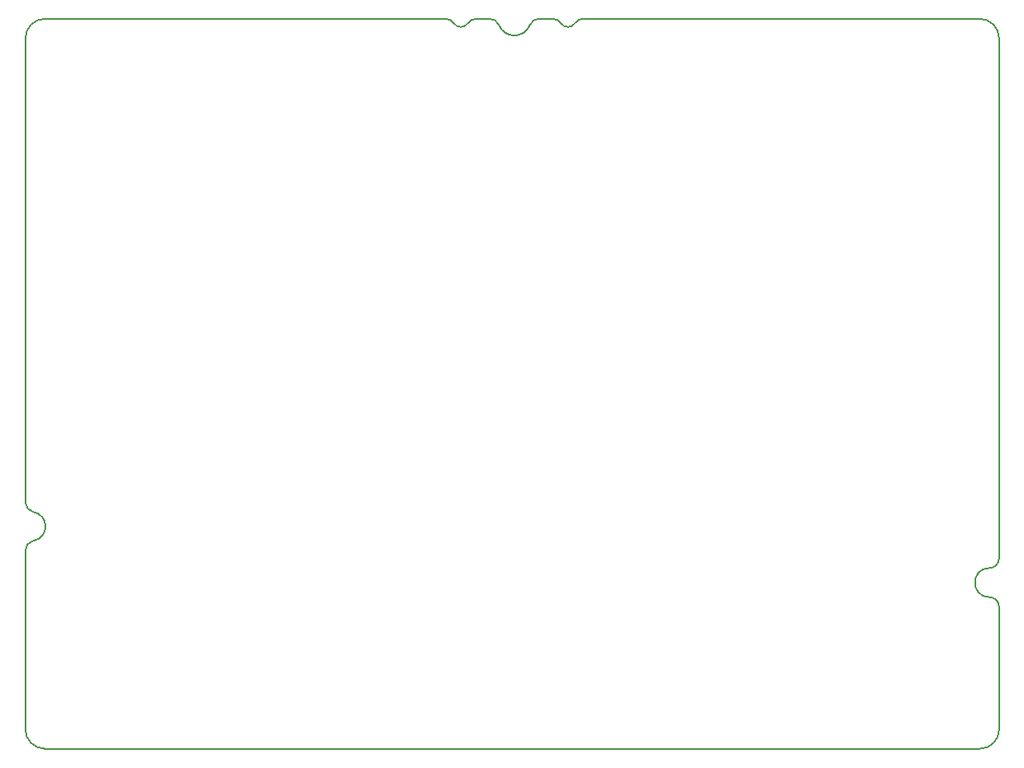
<source format=gbr>
%TF.GenerationSoftware,KiCad,Pcbnew,9.0.0*%
%TF.CreationDate,2025-05-15T16:18:32+09:00*%
%TF.ProjectId,xylo,78796c6f-2e6b-4696-9361-645f70636258,rev?*%
%TF.SameCoordinates,Original*%
%TF.FileFunction,Profile,NP*%
%FSLAX46Y46*%
G04 Gerber Fmt 4.6, Leading zero omitted, Abs format (unit mm)*
G04 Created by KiCad (PCBNEW 9.0.0) date 2025-05-15 16:18:32*
%MOMM*%
%LPD*%
G01*
G04 APERTURE LIST*
%TA.AperFunction,Profile*%
%ADD10C,0.200000*%
%TD*%
G04 APERTURE END LIST*
D10*
X149780053Y-115691770D02*
X149780000Y-115691770D01*
X149780000Y-120614470D02*
X149780000Y-138999970D01*
X248785977Y-125429076D02*
G75*
G02*
X249780041Y-126429058I-5877J-999924D01*
G01*
X249780000Y-121429170D02*
G75*
G02*
X248785977Y-122429182I-1000000J-30D01*
G01*
X206214371Y-66459722D02*
G75*
G02*
X204782329Y-66459722I-716021J459721D01*
G01*
X150604781Y-116676353D02*
G75*
G02*
X150604765Y-119629850I-262781J-1476747D01*
G01*
X149780000Y-115691770D02*
X149780000Y-67999970D01*
X197474228Y-66000000D02*
G75*
G02*
X198403900Y-66631683I-28J-1000000D01*
G01*
X201592781Y-66631676D02*
G75*
G02*
X198403919Y-66631676I-1594431J631676D01*
G01*
X151780028Y-141000000D02*
X247792734Y-141000000D01*
X151780028Y-141000000D02*
G75*
G02*
X149780000Y-138999970I-28J2000000D01*
G01*
X195214371Y-66459722D02*
G75*
G02*
X193782329Y-66459722I-716021J459721D01*
G01*
X149780000Y-120614470D02*
G75*
G02*
X150604786Y-119629970I1000000J-30D01*
G01*
X201592781Y-66631676D02*
G75*
G02*
X202522478Y-65999947I929619J-368124D01*
G01*
X206214371Y-66459722D02*
G75*
G02*
X207055858Y-65999964I841529J-540278D01*
G01*
X247780028Y-66000000D02*
G75*
G02*
X249780000Y-67999970I-28J-2000000D01*
G01*
X195214371Y-66459722D02*
G75*
G02*
X196055858Y-65999964I841529J-540278D01*
G01*
X192940828Y-66000000D02*
G75*
G02*
X193782338Y-66459716I-28J-1000100D01*
G01*
X249780000Y-126429058D02*
X249780000Y-138999970D01*
X249780000Y-121429170D02*
X249780000Y-67999970D01*
X151780000Y-66000000D02*
X192940828Y-66000000D01*
X249780000Y-138999970D02*
G75*
G02*
X247792734Y-140999959I-2000100J70D01*
G01*
X196055858Y-66000000D02*
X197474228Y-66000000D01*
X150604781Y-116676353D02*
G75*
G02*
X149779977Y-115691770I175219J984553D01*
G01*
X247780028Y-66000000D02*
X207055858Y-66000000D01*
X248785977Y-125429076D02*
G75*
G02*
X248785977Y-122429124I8923J1499976D01*
G01*
X203940828Y-66000000D02*
G75*
G02*
X204782338Y-66459716I-28J-1000100D01*
G01*
X149780000Y-67999970D02*
G75*
G02*
X151780000Y-66000000I1999900J70D01*
G01*
X202522478Y-66000000D02*
X203940828Y-66000000D01*
M02*

</source>
